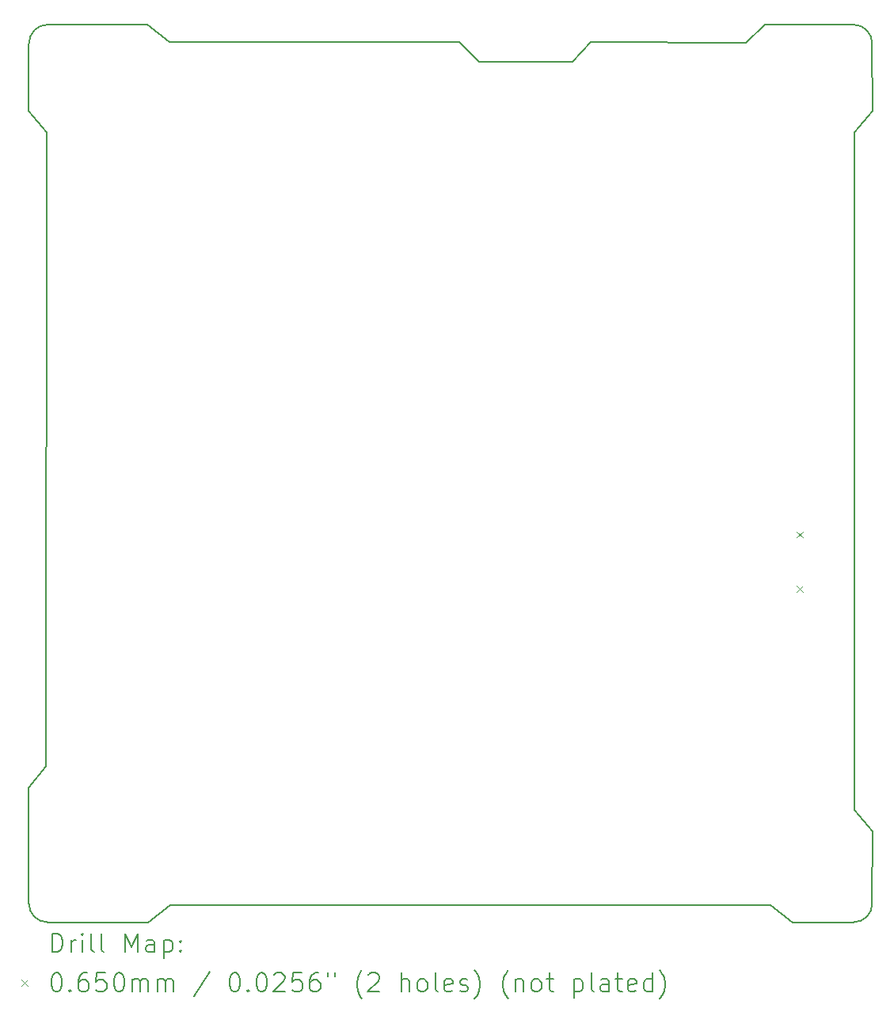
<source format=gbr>
%TF.GenerationSoftware,KiCad,Pcbnew,9.0.2-9.0.2-0~ubuntu24.04.1*%
%TF.CreationDate,2025-06-13T17:41:29-07:00*%
%TF.ProjectId,motor_board,6d6f746f-725f-4626-9f61-72642e6b6963,1.1*%
%TF.SameCoordinates,Original*%
%TF.FileFunction,Drillmap*%
%TF.FilePolarity,Positive*%
%FSLAX45Y45*%
G04 Gerber Fmt 4.5, Leading zero omitted, Abs format (unit mm)*
G04 Created by KiCad (PCBNEW 9.0.2-9.0.2-0~ubuntu24.04.1) date 2025-06-13 17:41:29*
%MOMM*%
%LPD*%
G01*
G04 APERTURE LIST*
%ADD10C,0.150000*%
%ADD11C,0.200000*%
%ADD12C,0.100000*%
G04 APERTURE END LIST*
D10*
X9833610Y-5448910D02*
G75*
G02*
X10033610Y-5248910I200000J0D01*
G01*
X10033610Y-14837410D02*
G75*
G02*
X9833610Y-14637410I0J200000D01*
G01*
X18850610Y-14637410D02*
G75*
G02*
X18650610Y-14837410I-200000J0D01*
G01*
X11100160Y-5249020D02*
X10033610Y-5248910D01*
X18650610Y-5248910D02*
G75*
G02*
X18850610Y-5448910I0J-200000D01*
G01*
X9830020Y-13404840D02*
X9833610Y-14637410D01*
X11343640Y-14650720D02*
X11109960Y-14838680D01*
X18850610Y-5448910D02*
X18851880Y-6167120D01*
X18851880Y-13868400D02*
X18850610Y-14637410D01*
X18650610Y-14837410D02*
X17998440Y-14837410D01*
X11109960Y-14838680D02*
X10033610Y-14837410D01*
X14650000Y-5650000D02*
X15650000Y-5650000D01*
X10017980Y-13171160D02*
X10023000Y-6400800D01*
X17500000Y-5438980D02*
X17700000Y-5248910D01*
X14434997Y-5437986D02*
X14650000Y-5650000D01*
X17762830Y-14650720D02*
X11343640Y-14650720D01*
X9833610Y-5448910D02*
X9833020Y-6167120D01*
X10023000Y-6400800D02*
X9833020Y-6167120D01*
X15650000Y-5650000D02*
X15840001Y-5438442D01*
X18658840Y-13634720D02*
X18851880Y-13868400D01*
X18663920Y-6400800D02*
X18851880Y-6167120D01*
X11333840Y-5436980D02*
X14434997Y-5437986D01*
X10017980Y-13171160D02*
X9830020Y-13404840D01*
X11333840Y-5436980D02*
X11100160Y-5249020D01*
X18663920Y-6400800D02*
X18658840Y-13634720D01*
X17762830Y-14650720D02*
X17998440Y-14837410D01*
X18650610Y-5248910D02*
X17700000Y-5248910D01*
X15840001Y-5438442D02*
X17500000Y-5438980D01*
D11*
D12*
X18041000Y-10664000D02*
X18106000Y-10729000D01*
X18106000Y-10664000D02*
X18041000Y-10729000D01*
X18041000Y-11241000D02*
X18106000Y-11306000D01*
X18106000Y-11241000D02*
X18041000Y-11306000D01*
D11*
X10083297Y-15157664D02*
X10083297Y-14957664D01*
X10083297Y-14957664D02*
X10130916Y-14957664D01*
X10130916Y-14957664D02*
X10159487Y-14967188D01*
X10159487Y-14967188D02*
X10178535Y-14986235D01*
X10178535Y-14986235D02*
X10188059Y-15005283D01*
X10188059Y-15005283D02*
X10197583Y-15043378D01*
X10197583Y-15043378D02*
X10197583Y-15071949D01*
X10197583Y-15071949D02*
X10188059Y-15110045D01*
X10188059Y-15110045D02*
X10178535Y-15129092D01*
X10178535Y-15129092D02*
X10159487Y-15148140D01*
X10159487Y-15148140D02*
X10130916Y-15157664D01*
X10130916Y-15157664D02*
X10083297Y-15157664D01*
X10283297Y-15157664D02*
X10283297Y-15024330D01*
X10283297Y-15062426D02*
X10292821Y-15043378D01*
X10292821Y-15043378D02*
X10302344Y-15033854D01*
X10302344Y-15033854D02*
X10321392Y-15024330D01*
X10321392Y-15024330D02*
X10340440Y-15024330D01*
X10407106Y-15157664D02*
X10407106Y-15024330D01*
X10407106Y-14957664D02*
X10397583Y-14967188D01*
X10397583Y-14967188D02*
X10407106Y-14976711D01*
X10407106Y-14976711D02*
X10416630Y-14967188D01*
X10416630Y-14967188D02*
X10407106Y-14957664D01*
X10407106Y-14957664D02*
X10407106Y-14976711D01*
X10530916Y-15157664D02*
X10511868Y-15148140D01*
X10511868Y-15148140D02*
X10502344Y-15129092D01*
X10502344Y-15129092D02*
X10502344Y-14957664D01*
X10635678Y-15157664D02*
X10616630Y-15148140D01*
X10616630Y-15148140D02*
X10607106Y-15129092D01*
X10607106Y-15129092D02*
X10607106Y-14957664D01*
X10864249Y-15157664D02*
X10864249Y-14957664D01*
X10864249Y-14957664D02*
X10930916Y-15100521D01*
X10930916Y-15100521D02*
X10997583Y-14957664D01*
X10997583Y-14957664D02*
X10997583Y-15157664D01*
X11178535Y-15157664D02*
X11178535Y-15052902D01*
X11178535Y-15052902D02*
X11169011Y-15033854D01*
X11169011Y-15033854D02*
X11149964Y-15024330D01*
X11149964Y-15024330D02*
X11111868Y-15024330D01*
X11111868Y-15024330D02*
X11092821Y-15033854D01*
X11178535Y-15148140D02*
X11159487Y-15157664D01*
X11159487Y-15157664D02*
X11111868Y-15157664D01*
X11111868Y-15157664D02*
X11092821Y-15148140D01*
X11092821Y-15148140D02*
X11083297Y-15129092D01*
X11083297Y-15129092D02*
X11083297Y-15110045D01*
X11083297Y-15110045D02*
X11092821Y-15090997D01*
X11092821Y-15090997D02*
X11111868Y-15081473D01*
X11111868Y-15081473D02*
X11159487Y-15081473D01*
X11159487Y-15081473D02*
X11178535Y-15071949D01*
X11273773Y-15024330D02*
X11273773Y-15224330D01*
X11273773Y-15033854D02*
X11292821Y-15024330D01*
X11292821Y-15024330D02*
X11330916Y-15024330D01*
X11330916Y-15024330D02*
X11349963Y-15033854D01*
X11349963Y-15033854D02*
X11359487Y-15043378D01*
X11359487Y-15043378D02*
X11369011Y-15062426D01*
X11369011Y-15062426D02*
X11369011Y-15119568D01*
X11369011Y-15119568D02*
X11359487Y-15138616D01*
X11359487Y-15138616D02*
X11349963Y-15148140D01*
X11349963Y-15148140D02*
X11330916Y-15157664D01*
X11330916Y-15157664D02*
X11292821Y-15157664D01*
X11292821Y-15157664D02*
X11273773Y-15148140D01*
X11454725Y-15138616D02*
X11464249Y-15148140D01*
X11464249Y-15148140D02*
X11454725Y-15157664D01*
X11454725Y-15157664D02*
X11445202Y-15148140D01*
X11445202Y-15148140D02*
X11454725Y-15138616D01*
X11454725Y-15138616D02*
X11454725Y-15157664D01*
X11454725Y-15033854D02*
X11464249Y-15043378D01*
X11464249Y-15043378D02*
X11454725Y-15052902D01*
X11454725Y-15052902D02*
X11445202Y-15043378D01*
X11445202Y-15043378D02*
X11454725Y-15033854D01*
X11454725Y-15033854D02*
X11454725Y-15052902D01*
D12*
X9757520Y-15453680D02*
X9822520Y-15518680D01*
X9822520Y-15453680D02*
X9757520Y-15518680D01*
D11*
X10121392Y-15377664D02*
X10140440Y-15377664D01*
X10140440Y-15377664D02*
X10159487Y-15387188D01*
X10159487Y-15387188D02*
X10169011Y-15396711D01*
X10169011Y-15396711D02*
X10178535Y-15415759D01*
X10178535Y-15415759D02*
X10188059Y-15453854D01*
X10188059Y-15453854D02*
X10188059Y-15501473D01*
X10188059Y-15501473D02*
X10178535Y-15539568D01*
X10178535Y-15539568D02*
X10169011Y-15558616D01*
X10169011Y-15558616D02*
X10159487Y-15568140D01*
X10159487Y-15568140D02*
X10140440Y-15577664D01*
X10140440Y-15577664D02*
X10121392Y-15577664D01*
X10121392Y-15577664D02*
X10102344Y-15568140D01*
X10102344Y-15568140D02*
X10092821Y-15558616D01*
X10092821Y-15558616D02*
X10083297Y-15539568D01*
X10083297Y-15539568D02*
X10073773Y-15501473D01*
X10073773Y-15501473D02*
X10073773Y-15453854D01*
X10073773Y-15453854D02*
X10083297Y-15415759D01*
X10083297Y-15415759D02*
X10092821Y-15396711D01*
X10092821Y-15396711D02*
X10102344Y-15387188D01*
X10102344Y-15387188D02*
X10121392Y-15377664D01*
X10273773Y-15558616D02*
X10283297Y-15568140D01*
X10283297Y-15568140D02*
X10273773Y-15577664D01*
X10273773Y-15577664D02*
X10264249Y-15568140D01*
X10264249Y-15568140D02*
X10273773Y-15558616D01*
X10273773Y-15558616D02*
X10273773Y-15577664D01*
X10454725Y-15377664D02*
X10416630Y-15377664D01*
X10416630Y-15377664D02*
X10397583Y-15387188D01*
X10397583Y-15387188D02*
X10388059Y-15396711D01*
X10388059Y-15396711D02*
X10369011Y-15425283D01*
X10369011Y-15425283D02*
X10359487Y-15463378D01*
X10359487Y-15463378D02*
X10359487Y-15539568D01*
X10359487Y-15539568D02*
X10369011Y-15558616D01*
X10369011Y-15558616D02*
X10378535Y-15568140D01*
X10378535Y-15568140D02*
X10397583Y-15577664D01*
X10397583Y-15577664D02*
X10435678Y-15577664D01*
X10435678Y-15577664D02*
X10454725Y-15568140D01*
X10454725Y-15568140D02*
X10464249Y-15558616D01*
X10464249Y-15558616D02*
X10473773Y-15539568D01*
X10473773Y-15539568D02*
X10473773Y-15491949D01*
X10473773Y-15491949D02*
X10464249Y-15472902D01*
X10464249Y-15472902D02*
X10454725Y-15463378D01*
X10454725Y-15463378D02*
X10435678Y-15453854D01*
X10435678Y-15453854D02*
X10397583Y-15453854D01*
X10397583Y-15453854D02*
X10378535Y-15463378D01*
X10378535Y-15463378D02*
X10369011Y-15472902D01*
X10369011Y-15472902D02*
X10359487Y-15491949D01*
X10654725Y-15377664D02*
X10559487Y-15377664D01*
X10559487Y-15377664D02*
X10549964Y-15472902D01*
X10549964Y-15472902D02*
X10559487Y-15463378D01*
X10559487Y-15463378D02*
X10578535Y-15453854D01*
X10578535Y-15453854D02*
X10626154Y-15453854D01*
X10626154Y-15453854D02*
X10645202Y-15463378D01*
X10645202Y-15463378D02*
X10654725Y-15472902D01*
X10654725Y-15472902D02*
X10664249Y-15491949D01*
X10664249Y-15491949D02*
X10664249Y-15539568D01*
X10664249Y-15539568D02*
X10654725Y-15558616D01*
X10654725Y-15558616D02*
X10645202Y-15568140D01*
X10645202Y-15568140D02*
X10626154Y-15577664D01*
X10626154Y-15577664D02*
X10578535Y-15577664D01*
X10578535Y-15577664D02*
X10559487Y-15568140D01*
X10559487Y-15568140D02*
X10549964Y-15558616D01*
X10788059Y-15377664D02*
X10807106Y-15377664D01*
X10807106Y-15377664D02*
X10826154Y-15387188D01*
X10826154Y-15387188D02*
X10835678Y-15396711D01*
X10835678Y-15396711D02*
X10845202Y-15415759D01*
X10845202Y-15415759D02*
X10854725Y-15453854D01*
X10854725Y-15453854D02*
X10854725Y-15501473D01*
X10854725Y-15501473D02*
X10845202Y-15539568D01*
X10845202Y-15539568D02*
X10835678Y-15558616D01*
X10835678Y-15558616D02*
X10826154Y-15568140D01*
X10826154Y-15568140D02*
X10807106Y-15577664D01*
X10807106Y-15577664D02*
X10788059Y-15577664D01*
X10788059Y-15577664D02*
X10769011Y-15568140D01*
X10769011Y-15568140D02*
X10759487Y-15558616D01*
X10759487Y-15558616D02*
X10749964Y-15539568D01*
X10749964Y-15539568D02*
X10740440Y-15501473D01*
X10740440Y-15501473D02*
X10740440Y-15453854D01*
X10740440Y-15453854D02*
X10749964Y-15415759D01*
X10749964Y-15415759D02*
X10759487Y-15396711D01*
X10759487Y-15396711D02*
X10769011Y-15387188D01*
X10769011Y-15387188D02*
X10788059Y-15377664D01*
X10940440Y-15577664D02*
X10940440Y-15444330D01*
X10940440Y-15463378D02*
X10949964Y-15453854D01*
X10949964Y-15453854D02*
X10969011Y-15444330D01*
X10969011Y-15444330D02*
X10997583Y-15444330D01*
X10997583Y-15444330D02*
X11016630Y-15453854D01*
X11016630Y-15453854D02*
X11026154Y-15472902D01*
X11026154Y-15472902D02*
X11026154Y-15577664D01*
X11026154Y-15472902D02*
X11035678Y-15453854D01*
X11035678Y-15453854D02*
X11054725Y-15444330D01*
X11054725Y-15444330D02*
X11083297Y-15444330D01*
X11083297Y-15444330D02*
X11102345Y-15453854D01*
X11102345Y-15453854D02*
X11111868Y-15472902D01*
X11111868Y-15472902D02*
X11111868Y-15577664D01*
X11207106Y-15577664D02*
X11207106Y-15444330D01*
X11207106Y-15463378D02*
X11216630Y-15453854D01*
X11216630Y-15453854D02*
X11235678Y-15444330D01*
X11235678Y-15444330D02*
X11264249Y-15444330D01*
X11264249Y-15444330D02*
X11283297Y-15453854D01*
X11283297Y-15453854D02*
X11292821Y-15472902D01*
X11292821Y-15472902D02*
X11292821Y-15577664D01*
X11292821Y-15472902D02*
X11302344Y-15453854D01*
X11302344Y-15453854D02*
X11321392Y-15444330D01*
X11321392Y-15444330D02*
X11349963Y-15444330D01*
X11349963Y-15444330D02*
X11369011Y-15453854D01*
X11369011Y-15453854D02*
X11378535Y-15472902D01*
X11378535Y-15472902D02*
X11378535Y-15577664D01*
X11769011Y-15368140D02*
X11597583Y-15625283D01*
X12026154Y-15377664D02*
X12045202Y-15377664D01*
X12045202Y-15377664D02*
X12064249Y-15387188D01*
X12064249Y-15387188D02*
X12073773Y-15396711D01*
X12073773Y-15396711D02*
X12083297Y-15415759D01*
X12083297Y-15415759D02*
X12092821Y-15453854D01*
X12092821Y-15453854D02*
X12092821Y-15501473D01*
X12092821Y-15501473D02*
X12083297Y-15539568D01*
X12083297Y-15539568D02*
X12073773Y-15558616D01*
X12073773Y-15558616D02*
X12064249Y-15568140D01*
X12064249Y-15568140D02*
X12045202Y-15577664D01*
X12045202Y-15577664D02*
X12026154Y-15577664D01*
X12026154Y-15577664D02*
X12007106Y-15568140D01*
X12007106Y-15568140D02*
X11997583Y-15558616D01*
X11997583Y-15558616D02*
X11988059Y-15539568D01*
X11988059Y-15539568D02*
X11978535Y-15501473D01*
X11978535Y-15501473D02*
X11978535Y-15453854D01*
X11978535Y-15453854D02*
X11988059Y-15415759D01*
X11988059Y-15415759D02*
X11997583Y-15396711D01*
X11997583Y-15396711D02*
X12007106Y-15387188D01*
X12007106Y-15387188D02*
X12026154Y-15377664D01*
X12178535Y-15558616D02*
X12188059Y-15568140D01*
X12188059Y-15568140D02*
X12178535Y-15577664D01*
X12178535Y-15577664D02*
X12169011Y-15568140D01*
X12169011Y-15568140D02*
X12178535Y-15558616D01*
X12178535Y-15558616D02*
X12178535Y-15577664D01*
X12311868Y-15377664D02*
X12330916Y-15377664D01*
X12330916Y-15377664D02*
X12349964Y-15387188D01*
X12349964Y-15387188D02*
X12359487Y-15396711D01*
X12359487Y-15396711D02*
X12369011Y-15415759D01*
X12369011Y-15415759D02*
X12378535Y-15453854D01*
X12378535Y-15453854D02*
X12378535Y-15501473D01*
X12378535Y-15501473D02*
X12369011Y-15539568D01*
X12369011Y-15539568D02*
X12359487Y-15558616D01*
X12359487Y-15558616D02*
X12349964Y-15568140D01*
X12349964Y-15568140D02*
X12330916Y-15577664D01*
X12330916Y-15577664D02*
X12311868Y-15577664D01*
X12311868Y-15577664D02*
X12292821Y-15568140D01*
X12292821Y-15568140D02*
X12283297Y-15558616D01*
X12283297Y-15558616D02*
X12273773Y-15539568D01*
X12273773Y-15539568D02*
X12264249Y-15501473D01*
X12264249Y-15501473D02*
X12264249Y-15453854D01*
X12264249Y-15453854D02*
X12273773Y-15415759D01*
X12273773Y-15415759D02*
X12283297Y-15396711D01*
X12283297Y-15396711D02*
X12292821Y-15387188D01*
X12292821Y-15387188D02*
X12311868Y-15377664D01*
X12454726Y-15396711D02*
X12464249Y-15387188D01*
X12464249Y-15387188D02*
X12483297Y-15377664D01*
X12483297Y-15377664D02*
X12530916Y-15377664D01*
X12530916Y-15377664D02*
X12549964Y-15387188D01*
X12549964Y-15387188D02*
X12559487Y-15396711D01*
X12559487Y-15396711D02*
X12569011Y-15415759D01*
X12569011Y-15415759D02*
X12569011Y-15434807D01*
X12569011Y-15434807D02*
X12559487Y-15463378D01*
X12559487Y-15463378D02*
X12445202Y-15577664D01*
X12445202Y-15577664D02*
X12569011Y-15577664D01*
X12749964Y-15377664D02*
X12654726Y-15377664D01*
X12654726Y-15377664D02*
X12645202Y-15472902D01*
X12645202Y-15472902D02*
X12654726Y-15463378D01*
X12654726Y-15463378D02*
X12673773Y-15453854D01*
X12673773Y-15453854D02*
X12721392Y-15453854D01*
X12721392Y-15453854D02*
X12740440Y-15463378D01*
X12740440Y-15463378D02*
X12749964Y-15472902D01*
X12749964Y-15472902D02*
X12759487Y-15491949D01*
X12759487Y-15491949D02*
X12759487Y-15539568D01*
X12759487Y-15539568D02*
X12749964Y-15558616D01*
X12749964Y-15558616D02*
X12740440Y-15568140D01*
X12740440Y-15568140D02*
X12721392Y-15577664D01*
X12721392Y-15577664D02*
X12673773Y-15577664D01*
X12673773Y-15577664D02*
X12654726Y-15568140D01*
X12654726Y-15568140D02*
X12645202Y-15558616D01*
X12930916Y-15377664D02*
X12892821Y-15377664D01*
X12892821Y-15377664D02*
X12873773Y-15387188D01*
X12873773Y-15387188D02*
X12864249Y-15396711D01*
X12864249Y-15396711D02*
X12845202Y-15425283D01*
X12845202Y-15425283D02*
X12835678Y-15463378D01*
X12835678Y-15463378D02*
X12835678Y-15539568D01*
X12835678Y-15539568D02*
X12845202Y-15558616D01*
X12845202Y-15558616D02*
X12854726Y-15568140D01*
X12854726Y-15568140D02*
X12873773Y-15577664D01*
X12873773Y-15577664D02*
X12911868Y-15577664D01*
X12911868Y-15577664D02*
X12930916Y-15568140D01*
X12930916Y-15568140D02*
X12940440Y-15558616D01*
X12940440Y-15558616D02*
X12949964Y-15539568D01*
X12949964Y-15539568D02*
X12949964Y-15491949D01*
X12949964Y-15491949D02*
X12940440Y-15472902D01*
X12940440Y-15472902D02*
X12930916Y-15463378D01*
X12930916Y-15463378D02*
X12911868Y-15453854D01*
X12911868Y-15453854D02*
X12873773Y-15453854D01*
X12873773Y-15453854D02*
X12854726Y-15463378D01*
X12854726Y-15463378D02*
X12845202Y-15472902D01*
X12845202Y-15472902D02*
X12835678Y-15491949D01*
X13026154Y-15377664D02*
X13026154Y-15415759D01*
X13102345Y-15377664D02*
X13102345Y-15415759D01*
X13397583Y-15653854D02*
X13388059Y-15644330D01*
X13388059Y-15644330D02*
X13369011Y-15615759D01*
X13369011Y-15615759D02*
X13359488Y-15596711D01*
X13359488Y-15596711D02*
X13349964Y-15568140D01*
X13349964Y-15568140D02*
X13340440Y-15520521D01*
X13340440Y-15520521D02*
X13340440Y-15482426D01*
X13340440Y-15482426D02*
X13349964Y-15434807D01*
X13349964Y-15434807D02*
X13359488Y-15406235D01*
X13359488Y-15406235D02*
X13369011Y-15387188D01*
X13369011Y-15387188D02*
X13388059Y-15358616D01*
X13388059Y-15358616D02*
X13397583Y-15349092D01*
X13464249Y-15396711D02*
X13473773Y-15387188D01*
X13473773Y-15387188D02*
X13492821Y-15377664D01*
X13492821Y-15377664D02*
X13540440Y-15377664D01*
X13540440Y-15377664D02*
X13559488Y-15387188D01*
X13559488Y-15387188D02*
X13569011Y-15396711D01*
X13569011Y-15396711D02*
X13578535Y-15415759D01*
X13578535Y-15415759D02*
X13578535Y-15434807D01*
X13578535Y-15434807D02*
X13569011Y-15463378D01*
X13569011Y-15463378D02*
X13454726Y-15577664D01*
X13454726Y-15577664D02*
X13578535Y-15577664D01*
X13816630Y-15577664D02*
X13816630Y-15377664D01*
X13902345Y-15577664D02*
X13902345Y-15472902D01*
X13902345Y-15472902D02*
X13892821Y-15453854D01*
X13892821Y-15453854D02*
X13873773Y-15444330D01*
X13873773Y-15444330D02*
X13845202Y-15444330D01*
X13845202Y-15444330D02*
X13826154Y-15453854D01*
X13826154Y-15453854D02*
X13816630Y-15463378D01*
X14026154Y-15577664D02*
X14007107Y-15568140D01*
X14007107Y-15568140D02*
X13997583Y-15558616D01*
X13997583Y-15558616D02*
X13988059Y-15539568D01*
X13988059Y-15539568D02*
X13988059Y-15482426D01*
X13988059Y-15482426D02*
X13997583Y-15463378D01*
X13997583Y-15463378D02*
X14007107Y-15453854D01*
X14007107Y-15453854D02*
X14026154Y-15444330D01*
X14026154Y-15444330D02*
X14054726Y-15444330D01*
X14054726Y-15444330D02*
X14073773Y-15453854D01*
X14073773Y-15453854D02*
X14083297Y-15463378D01*
X14083297Y-15463378D02*
X14092821Y-15482426D01*
X14092821Y-15482426D02*
X14092821Y-15539568D01*
X14092821Y-15539568D02*
X14083297Y-15558616D01*
X14083297Y-15558616D02*
X14073773Y-15568140D01*
X14073773Y-15568140D02*
X14054726Y-15577664D01*
X14054726Y-15577664D02*
X14026154Y-15577664D01*
X14207107Y-15577664D02*
X14188059Y-15568140D01*
X14188059Y-15568140D02*
X14178535Y-15549092D01*
X14178535Y-15549092D02*
X14178535Y-15377664D01*
X14359488Y-15568140D02*
X14340440Y-15577664D01*
X14340440Y-15577664D02*
X14302345Y-15577664D01*
X14302345Y-15577664D02*
X14283297Y-15568140D01*
X14283297Y-15568140D02*
X14273773Y-15549092D01*
X14273773Y-15549092D02*
X14273773Y-15472902D01*
X14273773Y-15472902D02*
X14283297Y-15453854D01*
X14283297Y-15453854D02*
X14302345Y-15444330D01*
X14302345Y-15444330D02*
X14340440Y-15444330D01*
X14340440Y-15444330D02*
X14359488Y-15453854D01*
X14359488Y-15453854D02*
X14369011Y-15472902D01*
X14369011Y-15472902D02*
X14369011Y-15491949D01*
X14369011Y-15491949D02*
X14273773Y-15510997D01*
X14445202Y-15568140D02*
X14464250Y-15577664D01*
X14464250Y-15577664D02*
X14502345Y-15577664D01*
X14502345Y-15577664D02*
X14521392Y-15568140D01*
X14521392Y-15568140D02*
X14530916Y-15549092D01*
X14530916Y-15549092D02*
X14530916Y-15539568D01*
X14530916Y-15539568D02*
X14521392Y-15520521D01*
X14521392Y-15520521D02*
X14502345Y-15510997D01*
X14502345Y-15510997D02*
X14473773Y-15510997D01*
X14473773Y-15510997D02*
X14454726Y-15501473D01*
X14454726Y-15501473D02*
X14445202Y-15482426D01*
X14445202Y-15482426D02*
X14445202Y-15472902D01*
X14445202Y-15472902D02*
X14454726Y-15453854D01*
X14454726Y-15453854D02*
X14473773Y-15444330D01*
X14473773Y-15444330D02*
X14502345Y-15444330D01*
X14502345Y-15444330D02*
X14521392Y-15453854D01*
X14597583Y-15653854D02*
X14607107Y-15644330D01*
X14607107Y-15644330D02*
X14626154Y-15615759D01*
X14626154Y-15615759D02*
X14635678Y-15596711D01*
X14635678Y-15596711D02*
X14645202Y-15568140D01*
X14645202Y-15568140D02*
X14654726Y-15520521D01*
X14654726Y-15520521D02*
X14654726Y-15482426D01*
X14654726Y-15482426D02*
X14645202Y-15434807D01*
X14645202Y-15434807D02*
X14635678Y-15406235D01*
X14635678Y-15406235D02*
X14626154Y-15387188D01*
X14626154Y-15387188D02*
X14607107Y-15358616D01*
X14607107Y-15358616D02*
X14597583Y-15349092D01*
X14959488Y-15653854D02*
X14949964Y-15644330D01*
X14949964Y-15644330D02*
X14930916Y-15615759D01*
X14930916Y-15615759D02*
X14921392Y-15596711D01*
X14921392Y-15596711D02*
X14911869Y-15568140D01*
X14911869Y-15568140D02*
X14902345Y-15520521D01*
X14902345Y-15520521D02*
X14902345Y-15482426D01*
X14902345Y-15482426D02*
X14911869Y-15434807D01*
X14911869Y-15434807D02*
X14921392Y-15406235D01*
X14921392Y-15406235D02*
X14930916Y-15387188D01*
X14930916Y-15387188D02*
X14949964Y-15358616D01*
X14949964Y-15358616D02*
X14959488Y-15349092D01*
X15035678Y-15444330D02*
X15035678Y-15577664D01*
X15035678Y-15463378D02*
X15045202Y-15453854D01*
X15045202Y-15453854D02*
X15064250Y-15444330D01*
X15064250Y-15444330D02*
X15092821Y-15444330D01*
X15092821Y-15444330D02*
X15111869Y-15453854D01*
X15111869Y-15453854D02*
X15121392Y-15472902D01*
X15121392Y-15472902D02*
X15121392Y-15577664D01*
X15245202Y-15577664D02*
X15226154Y-15568140D01*
X15226154Y-15568140D02*
X15216631Y-15558616D01*
X15216631Y-15558616D02*
X15207107Y-15539568D01*
X15207107Y-15539568D02*
X15207107Y-15482426D01*
X15207107Y-15482426D02*
X15216631Y-15463378D01*
X15216631Y-15463378D02*
X15226154Y-15453854D01*
X15226154Y-15453854D02*
X15245202Y-15444330D01*
X15245202Y-15444330D02*
X15273773Y-15444330D01*
X15273773Y-15444330D02*
X15292821Y-15453854D01*
X15292821Y-15453854D02*
X15302345Y-15463378D01*
X15302345Y-15463378D02*
X15311869Y-15482426D01*
X15311869Y-15482426D02*
X15311869Y-15539568D01*
X15311869Y-15539568D02*
X15302345Y-15558616D01*
X15302345Y-15558616D02*
X15292821Y-15568140D01*
X15292821Y-15568140D02*
X15273773Y-15577664D01*
X15273773Y-15577664D02*
X15245202Y-15577664D01*
X15369012Y-15444330D02*
X15445202Y-15444330D01*
X15397583Y-15377664D02*
X15397583Y-15549092D01*
X15397583Y-15549092D02*
X15407107Y-15568140D01*
X15407107Y-15568140D02*
X15426154Y-15577664D01*
X15426154Y-15577664D02*
X15445202Y-15577664D01*
X15664250Y-15444330D02*
X15664250Y-15644330D01*
X15664250Y-15453854D02*
X15683297Y-15444330D01*
X15683297Y-15444330D02*
X15721393Y-15444330D01*
X15721393Y-15444330D02*
X15740440Y-15453854D01*
X15740440Y-15453854D02*
X15749964Y-15463378D01*
X15749964Y-15463378D02*
X15759488Y-15482426D01*
X15759488Y-15482426D02*
X15759488Y-15539568D01*
X15759488Y-15539568D02*
X15749964Y-15558616D01*
X15749964Y-15558616D02*
X15740440Y-15568140D01*
X15740440Y-15568140D02*
X15721393Y-15577664D01*
X15721393Y-15577664D02*
X15683297Y-15577664D01*
X15683297Y-15577664D02*
X15664250Y-15568140D01*
X15873773Y-15577664D02*
X15854726Y-15568140D01*
X15854726Y-15568140D02*
X15845202Y-15549092D01*
X15845202Y-15549092D02*
X15845202Y-15377664D01*
X16035678Y-15577664D02*
X16035678Y-15472902D01*
X16035678Y-15472902D02*
X16026154Y-15453854D01*
X16026154Y-15453854D02*
X16007107Y-15444330D01*
X16007107Y-15444330D02*
X15969012Y-15444330D01*
X15969012Y-15444330D02*
X15949964Y-15453854D01*
X16035678Y-15568140D02*
X16016631Y-15577664D01*
X16016631Y-15577664D02*
X15969012Y-15577664D01*
X15969012Y-15577664D02*
X15949964Y-15568140D01*
X15949964Y-15568140D02*
X15940440Y-15549092D01*
X15940440Y-15549092D02*
X15940440Y-15530045D01*
X15940440Y-15530045D02*
X15949964Y-15510997D01*
X15949964Y-15510997D02*
X15969012Y-15501473D01*
X15969012Y-15501473D02*
X16016631Y-15501473D01*
X16016631Y-15501473D02*
X16035678Y-15491949D01*
X16102345Y-15444330D02*
X16178535Y-15444330D01*
X16130916Y-15377664D02*
X16130916Y-15549092D01*
X16130916Y-15549092D02*
X16140440Y-15568140D01*
X16140440Y-15568140D02*
X16159488Y-15577664D01*
X16159488Y-15577664D02*
X16178535Y-15577664D01*
X16321393Y-15568140D02*
X16302345Y-15577664D01*
X16302345Y-15577664D02*
X16264250Y-15577664D01*
X16264250Y-15577664D02*
X16245202Y-15568140D01*
X16245202Y-15568140D02*
X16235678Y-15549092D01*
X16235678Y-15549092D02*
X16235678Y-15472902D01*
X16235678Y-15472902D02*
X16245202Y-15453854D01*
X16245202Y-15453854D02*
X16264250Y-15444330D01*
X16264250Y-15444330D02*
X16302345Y-15444330D01*
X16302345Y-15444330D02*
X16321393Y-15453854D01*
X16321393Y-15453854D02*
X16330916Y-15472902D01*
X16330916Y-15472902D02*
X16330916Y-15491949D01*
X16330916Y-15491949D02*
X16235678Y-15510997D01*
X16502345Y-15577664D02*
X16502345Y-15377664D01*
X16502345Y-15568140D02*
X16483297Y-15577664D01*
X16483297Y-15577664D02*
X16445202Y-15577664D01*
X16445202Y-15577664D02*
X16426154Y-15568140D01*
X16426154Y-15568140D02*
X16416631Y-15558616D01*
X16416631Y-15558616D02*
X16407107Y-15539568D01*
X16407107Y-15539568D02*
X16407107Y-15482426D01*
X16407107Y-15482426D02*
X16416631Y-15463378D01*
X16416631Y-15463378D02*
X16426154Y-15453854D01*
X16426154Y-15453854D02*
X16445202Y-15444330D01*
X16445202Y-15444330D02*
X16483297Y-15444330D01*
X16483297Y-15444330D02*
X16502345Y-15453854D01*
X16578535Y-15653854D02*
X16588059Y-15644330D01*
X16588059Y-15644330D02*
X16607107Y-15615759D01*
X16607107Y-15615759D02*
X16616631Y-15596711D01*
X16616631Y-15596711D02*
X16626154Y-15568140D01*
X16626154Y-15568140D02*
X16635678Y-15520521D01*
X16635678Y-15520521D02*
X16635678Y-15482426D01*
X16635678Y-15482426D02*
X16626154Y-15434807D01*
X16626154Y-15434807D02*
X16616631Y-15406235D01*
X16616631Y-15406235D02*
X16607107Y-15387188D01*
X16607107Y-15387188D02*
X16588059Y-15358616D01*
X16588059Y-15358616D02*
X16578535Y-15349092D01*
M02*

</source>
